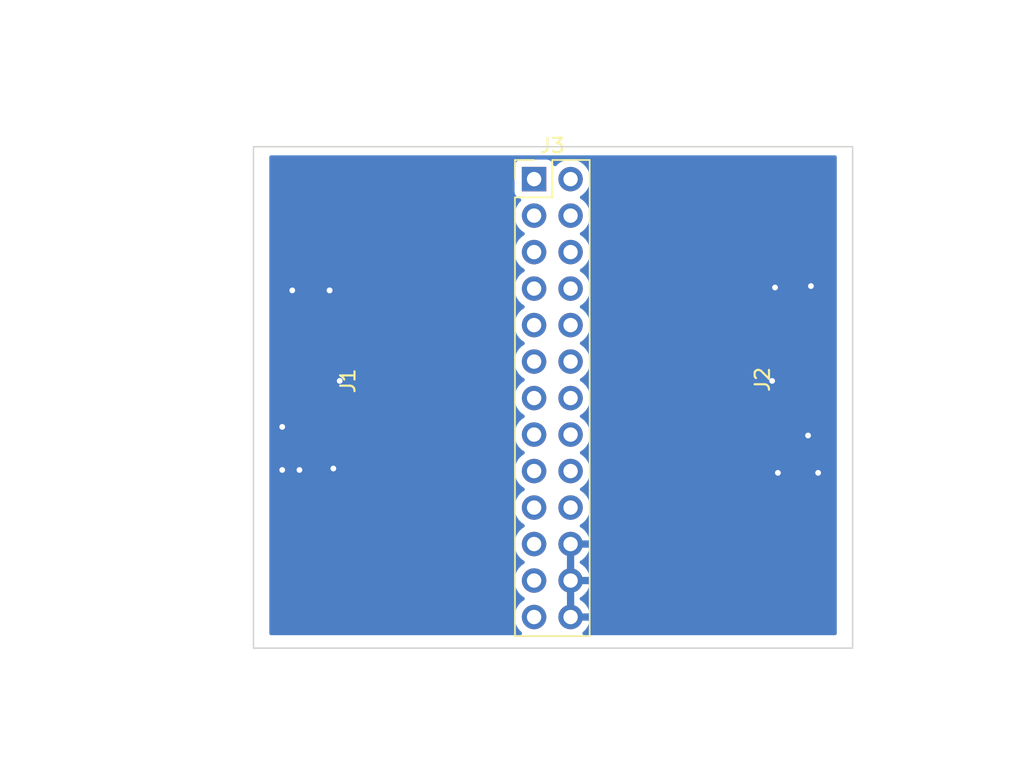
<source format=kicad_pcb>
(kicad_pcb (version 20171130) (host pcbnew "(5.1.10)-1")

  (general
    (thickness 1.6)
    (drawings 6)
    (tracks 68)
    (zones 0)
    (modules 3)
    (nets 25)
  )

  (page A4)
  (layers
    (0 F.Cu signal)
    (31 B.Cu signal)
    (32 B.Adhes user)
    (33 F.Adhes user)
    (34 B.Paste user)
    (35 F.Paste user)
    (36 B.SilkS user)
    (37 F.SilkS user)
    (38 B.Mask user)
    (39 F.Mask user)
    (40 Dwgs.User user)
    (41 Cmts.User user)
    (42 Eco1.User user)
    (43 Eco2.User user)
    (44 Edge.Cuts user)
    (45 Margin user)
    (46 B.CrtYd user)
    (47 F.CrtYd user)
    (48 B.Fab user)
    (49 F.Fab user)
  )

  (setup
    (last_trace_width 0.25)
    (trace_clearance 0.2)
    (zone_clearance 0.508)
    (zone_45_only yes)
    (trace_min 0.2)
    (via_size 0.8)
    (via_drill 0.4)
    (via_min_size 0.4)
    (via_min_drill 0.3)
    (uvia_size 0.3)
    (uvia_drill 0.1)
    (uvias_allowed no)
    (uvia_min_size 0.2)
    (uvia_min_drill 0.1)
    (edge_width 0.05)
    (segment_width 0.2)
    (pcb_text_width 0.3)
    (pcb_text_size 1.5 1.5)
    (mod_edge_width 0.12)
    (mod_text_size 1 1)
    (mod_text_width 0.15)
    (pad_size 0.7 0.7)
    (pad_drill 0)
    (pad_to_mask_clearance 0)
    (aux_axis_origin 0 0)
    (visible_elements FFFFFF7F)
    (pcbplotparams
      (layerselection 0x010fc_ffffffff)
      (usegerberextensions false)
      (usegerberattributes true)
      (usegerberadvancedattributes true)
      (creategerberjobfile true)
      (excludeedgelayer true)
      (linewidth 0.100000)
      (plotframeref false)
      (viasonmask false)
      (mode 1)
      (useauxorigin false)
      (hpglpennumber 1)
      (hpglpenspeed 20)
      (hpglpendiameter 15.000000)
      (psnegative false)
      (psa4output false)
      (plotreference true)
      (plotvalue true)
      (plotinvisibletext false)
      (padsonsilk false)
      (subtractmaskfromsilk false)
      (outputformat 1)
      (mirror false)
      (drillshape 1)
      (scaleselection 1)
      (outputdirectory ""))
  )

  (net 0 "")
  (net 1 "Net-(J1-Pad25)")
  (net 2 "Net-(J1-Pad21)")
  (net 3 "Net-(J1-Pad20)")
  (net 4 "Net-(J1-Pad19)")
  (net 5 "Net-(J1-Pad18)")
  (net 6 "Net-(J1-Pad17)")
  (net 7 "Net-(J1-Pad15)")
  (net 8 "Net-(J1-Pad14)")
  (net 9 "Net-(J1-Pad13)")
  (net 10 "Net-(J1-Pad12)")
  (net 11 "Net-(J1-Pad11)")
  (net 12 "Net-(J1-Pad10)")
  (net 13 "Net-(J1-Pad9)")
  (net 14 "Net-(J1-Pad8)")
  (net 15 "Net-(J1-Pad7)")
  (net 16 "Net-(J1-Pad6)")
  (net 17 "Net-(J1-Pad5)")
  (net 18 "Net-(J1-Pad4)")
  (net 19 "Net-(J1-Pad3)")
  (net 20 "Net-(J1-Pad2)")
  (net 21 "Net-(J1-Pad16)")
  (net 22 "Net-(J1-Pad1)")
  (net 23 "Net-(J1-Pad23)")
  (net 24 GND)

  (net_class Default "This is the default net class."
    (clearance 0.2)
    (trace_width 0.25)
    (via_dia 0.8)
    (via_drill 0.4)
    (uvia_dia 0.3)
    (uvia_drill 0.1)
    (add_net GND)
    (add_net "Net-(J1-Pad1)")
    (add_net "Net-(J1-Pad10)")
    (add_net "Net-(J1-Pad11)")
    (add_net "Net-(J1-Pad12)")
    (add_net "Net-(J1-Pad13)")
    (add_net "Net-(J1-Pad14)")
    (add_net "Net-(J1-Pad15)")
    (add_net "Net-(J1-Pad16)")
    (add_net "Net-(J1-Pad17)")
    (add_net "Net-(J1-Pad18)")
    (add_net "Net-(J1-Pad19)")
    (add_net "Net-(J1-Pad2)")
    (add_net "Net-(J1-Pad20)")
    (add_net "Net-(J1-Pad21)")
    (add_net "Net-(J1-Pad23)")
    (add_net "Net-(J1-Pad25)")
    (add_net "Net-(J1-Pad3)")
    (add_net "Net-(J1-Pad4)")
    (add_net "Net-(J1-Pad5)")
    (add_net "Net-(J1-Pad6)")
    (add_net "Net-(J1-Pad7)")
    (add_net "Net-(J1-Pad8)")
    (add_net "Net-(J1-Pad9)")
  )

  (module UserLib:DF56C-26S (layer F.Cu) (tedit 61DA0221) (tstamp 61DA7568)
    (at 68.2 39.9 90)
    (path /61D9EF07)
    (fp_text reference J2 (at 0 -2.775 90) (layer F.SilkS)
      (effects (font (size 1 1) (thickness 0.15)))
    )
    (fp_text value "To Air Unit" (at 0 0 90) (layer F.Fab)
      (effects (font (size 1 1) (thickness 0.15)))
    )
    (pad 25 smd rect (at 3.9 -1.185 90) (size 0.22 0.52) (layers F.Cu F.Paste F.Mask)
      (net 20 "Net-(J1-Pad2)") (clearance 0.1))
    (pad 23 smd rect (at 3.3 -1.185 90) (size 0.22 0.52) (layers F.Cu F.Paste F.Mask)
      (net 18 "Net-(J1-Pad4)") (clearance 0.1))
    (pad 21 smd rect (at 2.7 -1.185 90) (size 0.22 0.52) (layers F.Cu F.Paste F.Mask)
      (net 16 "Net-(J1-Pad6)") (clearance 0.1))
    (pad 19 smd rect (at 2.1 -1.185 90) (size 0.22 0.52) (layers F.Cu F.Paste F.Mask)
      (net 14 "Net-(J1-Pad8)") (clearance 0.1))
    (pad 17 smd rect (at 1.5 -1.185 90) (size 0.22 0.52) (layers F.Cu F.Paste F.Mask)
      (net 12 "Net-(J1-Pad10)") (clearance 0.1))
    (pad 15 smd rect (at 0.9 -1.185 90) (size 0.22 0.52) (layers F.Cu F.Paste F.Mask)
      (net 10 "Net-(J1-Pad12)") (clearance 0.1))
    (pad 12 smd rect (at -0.9 -1.185 90) (size 0.22 0.52) (layers F.Cu F.Paste F.Mask)
      (net 7 "Net-(J1-Pad15)") (clearance 0.1))
    (pad 10 smd rect (at -1.5 -1.185 90) (size 0.22 0.52) (layers F.Cu F.Paste F.Mask)
      (net 6 "Net-(J1-Pad17)") (clearance 0.1))
    (pad 8 smd rect (at -2.1 -1.185 90) (size 0.22 0.52) (layers F.Cu F.Paste F.Mask)
      (net 4 "Net-(J1-Pad19)") (clearance 0.1))
    (pad 6 smd rect (at -2.7 -1.185 90) (size 0.22 0.52) (layers F.Cu F.Paste F.Mask)
      (net 2 "Net-(J1-Pad21)") (clearance 0.1))
    (pad 4 smd rect (at -3.3 -1.185 90) (size 0.22 0.52) (layers F.Cu F.Paste F.Mask)
      (net 23 "Net-(J1-Pad23)") (clearance 0.1))
    (pad 26 smd rect (at 4.2 1.185 90) (size 0.22 0.52) (layers F.Cu F.Paste F.Mask)
      (net 22 "Net-(J1-Pad1)") (clearance 0.1))
    (pad 24 smd rect (at 3.6 1.185 90) (size 0.22 0.52) (layers F.Cu F.Paste F.Mask)
      (net 19 "Net-(J1-Pad3)") (clearance 0.1))
    (pad 22 smd rect (at 3 1.185 90) (size 0.22 0.52) (layers F.Cu F.Paste F.Mask)
      (net 17 "Net-(J1-Pad5)") (clearance 0.1))
    (pad 20 smd rect (at 2.4 1.185 90) (size 0.22 0.52) (layers F.Cu F.Paste F.Mask)
      (net 15 "Net-(J1-Pad7)") (clearance 0.1))
    (pad 18 smd rect (at 1.8 1.185 90) (size 0.22 0.52) (layers F.Cu F.Paste F.Mask)
      (net 13 "Net-(J1-Pad9)") (clearance 0.1))
    (pad 16 smd rect (at 1.2 1.185 90) (size 0.22 0.52) (layers F.Cu F.Paste F.Mask)
      (net 11 "Net-(J1-Pad11)") (clearance 0.1))
    (pad 14 smd rect (at 0.6 1.185 90) (size 0.22 0.52) (layers F.Cu F.Paste F.Mask)
      (net 9 "Net-(J1-Pad13)") (clearance 0.1))
    (pad 13 smd rect (at -0.6 1.185 90) (size 0.22 0.52) (layers F.Cu F.Paste F.Mask)
      (net 8 "Net-(J1-Pad14)") (clearance 0.1))
    (pad 11 smd rect (at -1.2 1.185 90) (size 0.22 0.52) (layers F.Cu F.Paste F.Mask)
      (net 21 "Net-(J1-Pad16)") (clearance 0.1))
    (pad 9 smd rect (at -1.8 1.185 90) (size 0.22 0.52) (layers F.Cu F.Paste F.Mask)
      (net 5 "Net-(J1-Pad18)") (clearance 0.1))
    (pad 7 smd rect (at -2.4 1.185 90) (size 0.22 0.52) (layers F.Cu F.Paste F.Mask)
      (net 3 "Net-(J1-Pad20)") (clearance 0.1))
    (pad 5 smd rect (at -3 1.185 90) (size 0.22 0.52) (layers F.Cu F.Paste F.Mask)
      (net 24 GND) (clearance 0.1))
    (pad 3 smd rect (at -3.6 1.185 90) (size 0.22 0.52) (layers F.Cu F.Paste F.Mask)
      (net 24 GND) (clearance 0.1))
    (pad GND smd rect (at 5.6 0.825 90) (size 0.7 0.7) (drill (offset 0 0.35)) (layers F.Cu F.Paste F.Mask)
      (net 24 GND) (clearance 0.1))
    (pad 2 smd rect (at -3.9 -1.185 90) (size 0.22 0.52) (layers F.Cu F.Paste F.Mask)
      (net 1 "Net-(J1-Pad25)") (clearance 0.1))
    (pad GND smd rect (at -5.35 -1.445 90) (size 1.2 0.7) (drill (offset 0 0.35)) (layers F.Cu F.Paste F.Mask)
      (net 24 GND) (clearance 0.1))
    (pad GND smd rect (at 0 -0.775 90) (size 1 0.7) (drill (offset 0 -0.35)) (layers F.Cu F.Paste F.Mask)
      (net 24 GND) (clearance 0.1))
    (pad GND smd rect (at 5.35 -1.445 90) (size 1.2 0.7) (drill (offset 0 0.35)) (layers F.Cu F.Paste F.Mask)
      (net 24 GND) (clearance 0.1))
    (pad 1 smd rect (at -4.2 1.185 90) (size 0.22 0.52) (layers F.Cu F.Paste F.Mask)
      (net 24 GND) (clearance 0.1))
    (pad GND smd rect (at -5.6 0.825 90) (size 0.7 0.7) (drill (offset 0 0.35)) (layers F.Cu F.Paste F.Mask)
      (net 24 GND) (clearance 0.1))
    (model DF56C-26S-0.3V.stp
      (offset (xyz -6.25 -1.25 0))
      (scale (xyz 1 1 1))
      (rotate (xyz 0 0 0))
    )
  )

  (module UserLib:DF56C-26S (layer F.Cu) (tedit 61DA013C) (tstamp 61DA7545)
    (at 33.8 40 270)
    (path /61DA9DE8)
    (fp_text reference J1 (at 0 -2.775 90) (layer F.SilkS)
      (effects (font (size 1 1) (thickness 0.15)))
    )
    (fp_text value "To Cam" (at 0 0 90) (layer F.Fab)
      (effects (font (size 1 1) (thickness 0.15)))
    )
    (pad GND smd rect (at -5.6 0.825 270) (size 0.7 0.7) (drill (offset 0 0.35)) (layers F.Cu F.Paste F.Mask)
      (net 24 GND) (clearance 0.1))
    (pad 1 smd rect (at -4.2 1.185 270) (size 0.22 0.52) (layers F.Cu F.Paste F.Mask)
      (net 22 "Net-(J1-Pad1)") (clearance 0.1))
    (pad GND smd rect (at 5.35 -1.445 270) (size 1.2 0.7) (drill (offset 0 0.35)) (layers F.Cu F.Paste F.Mask)
      (net 24 GND) (clearance 0.1))
    (pad GND smd rect (at 0 -0.775 270) (size 1 0.7) (drill (offset 0 -0.35)) (layers F.Cu F.Paste F.Mask)
      (net 24 GND) (clearance 0.1))
    (pad GND smd rect (at -5.35 -1.445 270) (size 1.2 0.7) (drill (offset 0 0.35)) (layers F.Cu F.Paste F.Mask)
      (net 24 GND) (clearance 0.1))
    (pad 2 smd rect (at -3.9 -1.185 270) (size 0.22 0.52) (layers F.Cu F.Paste F.Mask)
      (net 20 "Net-(J1-Pad2)") (clearance 0.1))
    (pad GND smd rect (at 5.6 0.825 270) (size 0.7 0.7) (drill (offset 0 0.35)) (layers F.Cu F.Paste F.Mask)
      (net 24 GND) (clearance 0.1))
    (pad 3 smd rect (at -3.6 1.185 270) (size 0.22 0.52) (layers F.Cu F.Paste F.Mask)
      (net 19 "Net-(J1-Pad3)") (clearance 0.1))
    (pad 5 smd rect (at -3 1.185 270) (size 0.22 0.52) (layers F.Cu F.Paste F.Mask)
      (net 17 "Net-(J1-Pad5)") (clearance 0.1))
    (pad 7 smd rect (at -2.4 1.185 270) (size 0.22 0.52) (layers F.Cu F.Paste F.Mask)
      (net 15 "Net-(J1-Pad7)") (clearance 0.1))
    (pad 9 smd rect (at -1.8 1.185 270) (size 0.22 0.52) (layers F.Cu F.Paste F.Mask)
      (net 13 "Net-(J1-Pad9)") (clearance 0.1))
    (pad 11 smd rect (at -1.2 1.185 270) (size 0.22 0.52) (layers F.Cu F.Paste F.Mask)
      (net 11 "Net-(J1-Pad11)") (clearance 0.1))
    (pad 13 smd rect (at -0.6 1.185 270) (size 0.22 0.52) (layers F.Cu F.Paste F.Mask)
      (net 9 "Net-(J1-Pad13)") (clearance 0.1))
    (pad 14 smd rect (at 0.6 1.185 270) (size 0.22 0.52) (layers F.Cu F.Paste F.Mask)
      (net 8 "Net-(J1-Pad14)") (clearance 0.1))
    (pad 16 smd rect (at 1.2 1.185 270) (size 0.22 0.52) (layers F.Cu F.Paste F.Mask)
      (net 21 "Net-(J1-Pad16)") (clearance 0.1))
    (pad 18 smd rect (at 1.8 1.185 270) (size 0.22 0.52) (layers F.Cu F.Paste F.Mask)
      (net 5 "Net-(J1-Pad18)") (clearance 0.1))
    (pad 20 smd rect (at 2.4 1.185 270) (size 0.22 0.52) (layers F.Cu F.Paste F.Mask)
      (net 3 "Net-(J1-Pad20)") (clearance 0.1))
    (pad 22 smd rect (at 3 1.185 270) (size 0.22 0.52) (layers F.Cu F.Paste F.Mask)
      (net 24 GND) (clearance 0.1))
    (pad 24 smd rect (at 3.6 1.185 270) (size 0.22 0.52) (layers F.Cu F.Paste F.Mask)
      (net 24 GND) (clearance 0.1))
    (pad 26 smd rect (at 4.2 1.185 270) (size 0.22 0.52) (layers F.Cu F.Paste F.Mask)
      (net 24 GND) (clearance 0.1))
    (pad 4 smd rect (at -3.3 -1.185 270) (size 0.22 0.52) (layers F.Cu F.Paste F.Mask)
      (net 18 "Net-(J1-Pad4)") (clearance 0.1))
    (pad 6 smd rect (at -2.7 -1.185 270) (size 0.22 0.52) (layers F.Cu F.Paste F.Mask)
      (net 16 "Net-(J1-Pad6)") (clearance 0.1))
    (pad 8 smd rect (at -2.1 -1.185 270) (size 0.22 0.52) (layers F.Cu F.Paste F.Mask)
      (net 14 "Net-(J1-Pad8)") (clearance 0.1))
    (pad 10 smd rect (at -1.5 -1.185 270) (size 0.22 0.52) (layers F.Cu F.Paste F.Mask)
      (net 12 "Net-(J1-Pad10)") (clearance 0.1))
    (pad 12 smd rect (at -0.9 -1.185 270) (size 0.22 0.52) (layers F.Cu F.Paste F.Mask)
      (net 10 "Net-(J1-Pad12)") (clearance 0.1))
    (pad 15 smd rect (at 0.9 -1.185 270) (size 0.22 0.52) (layers F.Cu F.Paste F.Mask)
      (net 7 "Net-(J1-Pad15)") (clearance 0.1))
    (pad 17 smd rect (at 1.5 -1.185 270) (size 0.22 0.52) (layers F.Cu F.Paste F.Mask)
      (net 6 "Net-(J1-Pad17)") (clearance 0.1))
    (pad 19 smd rect (at 2.1 -1.185 270) (size 0.22 0.52) (layers F.Cu F.Paste F.Mask)
      (net 4 "Net-(J1-Pad19)") (clearance 0.1))
    (pad 21 smd rect (at 2.7 -1.185 270) (size 0.22 0.52) (layers F.Cu F.Paste F.Mask)
      (net 2 "Net-(J1-Pad21)") (clearance 0.1))
    (pad 23 smd rect (at 3.3 -1.185 270) (size 0.22 0.52) (layers F.Cu F.Paste F.Mask)
      (net 23 "Net-(J1-Pad23)") (clearance 0.1))
    (pad 25 smd rect (at 3.9 -1.185 270) (size 0.22 0.52) (layers F.Cu F.Paste F.Mask)
      (net 1 "Net-(J1-Pad25)") (clearance 0.1))
    (model DF56C-26S-0.3V.stp
      (offset (xyz -6.25 -1.25 0))
      (scale (xyz 1 1 1))
      (rotate (xyz 0 0 0))
    )
  )

  (module Connector_PinHeader_2.54mm:PinHeader_2x13_P2.54mm_Vertical (layer F.Cu) (tedit 59FED5CC) (tstamp 61DA680E)
    (at 49.53 25.955001)
    (descr "Through hole straight pin header, 2x13, 2.54mm pitch, double rows")
    (tags "Through hole pin header THT 2x13 2.54mm double row")
    (path /61DB305B)
    (fp_text reference J3 (at 1.27 -2.33) (layer F.SilkS)
      (effects (font (size 1 1) (thickness 0.15)))
    )
    (fp_text value Conn_02x13_Odd_Even (at 1.27 32.81) (layer F.Fab)
      (effects (font (size 1 1) (thickness 0.15)))
    )
    (fp_line (start 4.35 -1.8) (end -1.8 -1.8) (layer F.CrtYd) (width 0.05))
    (fp_line (start 4.35 32.25) (end 4.35 -1.8) (layer F.CrtYd) (width 0.05))
    (fp_line (start -1.8 32.25) (end 4.35 32.25) (layer F.CrtYd) (width 0.05))
    (fp_line (start -1.8 -1.8) (end -1.8 32.25) (layer F.CrtYd) (width 0.05))
    (fp_line (start -1.33 -1.33) (end 0 -1.33) (layer F.SilkS) (width 0.12))
    (fp_line (start -1.33 0) (end -1.33 -1.33) (layer F.SilkS) (width 0.12))
    (fp_line (start 1.27 -1.33) (end 3.87 -1.33) (layer F.SilkS) (width 0.12))
    (fp_line (start 1.27 1.27) (end 1.27 -1.33) (layer F.SilkS) (width 0.12))
    (fp_line (start -1.33 1.27) (end 1.27 1.27) (layer F.SilkS) (width 0.12))
    (fp_line (start 3.87 -1.33) (end 3.87 31.81) (layer F.SilkS) (width 0.12))
    (fp_line (start -1.33 1.27) (end -1.33 31.81) (layer F.SilkS) (width 0.12))
    (fp_line (start -1.33 31.81) (end 3.87 31.81) (layer F.SilkS) (width 0.12))
    (fp_line (start -1.27 0) (end 0 -1.27) (layer F.Fab) (width 0.1))
    (fp_line (start -1.27 31.75) (end -1.27 0) (layer F.Fab) (width 0.1))
    (fp_line (start 3.81 31.75) (end -1.27 31.75) (layer F.Fab) (width 0.1))
    (fp_line (start 3.81 -1.27) (end 3.81 31.75) (layer F.Fab) (width 0.1))
    (fp_line (start 0 -1.27) (end 3.81 -1.27) (layer F.Fab) (width 0.1))
    (fp_text user %R (at 1.27 15.24 90) (layer F.Fab)
      (effects (font (size 1 1) (thickness 0.15)))
    )
    (pad 1 thru_hole rect (at 0 0) (size 1.7 1.7) (drill 1) (layers *.Cu *.Mask)
      (net 22 "Net-(J1-Pad1)"))
    (pad 2 thru_hole oval (at 2.54 0) (size 1.7 1.7) (drill 1) (layers *.Cu *.Mask)
      (net 20 "Net-(J1-Pad2)"))
    (pad 3 thru_hole oval (at 0 2.54) (size 1.7 1.7) (drill 1) (layers *.Cu *.Mask)
      (net 19 "Net-(J1-Pad3)"))
    (pad 4 thru_hole oval (at 2.54 2.54) (size 1.7 1.7) (drill 1) (layers *.Cu *.Mask)
      (net 18 "Net-(J1-Pad4)"))
    (pad 5 thru_hole oval (at 0 5.08) (size 1.7 1.7) (drill 1) (layers *.Cu *.Mask)
      (net 17 "Net-(J1-Pad5)"))
    (pad 6 thru_hole oval (at 2.54 5.08) (size 1.7 1.7) (drill 1) (layers *.Cu *.Mask)
      (net 16 "Net-(J1-Pad6)"))
    (pad 7 thru_hole oval (at 0 7.62) (size 1.7 1.7) (drill 1) (layers *.Cu *.Mask)
      (net 15 "Net-(J1-Pad7)"))
    (pad 8 thru_hole oval (at 2.54 7.62) (size 1.7 1.7) (drill 1) (layers *.Cu *.Mask)
      (net 14 "Net-(J1-Pad8)"))
    (pad 9 thru_hole oval (at 0 10.16) (size 1.7 1.7) (drill 1) (layers *.Cu *.Mask)
      (net 13 "Net-(J1-Pad9)"))
    (pad 10 thru_hole oval (at 2.54 10.16) (size 1.7 1.7) (drill 1) (layers *.Cu *.Mask)
      (net 12 "Net-(J1-Pad10)"))
    (pad 11 thru_hole oval (at 0 12.7) (size 1.7 1.7) (drill 1) (layers *.Cu *.Mask)
      (net 11 "Net-(J1-Pad11)"))
    (pad 12 thru_hole oval (at 2.54 12.7) (size 1.7 1.7) (drill 1) (layers *.Cu *.Mask)
      (net 10 "Net-(J1-Pad12)"))
    (pad 13 thru_hole oval (at 0 15.24) (size 1.7 1.7) (drill 1) (layers *.Cu *.Mask)
      (net 9 "Net-(J1-Pad13)"))
    (pad 14 thru_hole oval (at 2.54 15.24) (size 1.7 1.7) (drill 1) (layers *.Cu *.Mask)
      (net 8 "Net-(J1-Pad14)"))
    (pad 15 thru_hole oval (at 0 17.78) (size 1.7 1.7) (drill 1) (layers *.Cu *.Mask)
      (net 7 "Net-(J1-Pad15)"))
    (pad 16 thru_hole oval (at 2.54 17.78) (size 1.7 1.7) (drill 1) (layers *.Cu *.Mask)
      (net 21 "Net-(J1-Pad16)"))
    (pad 17 thru_hole oval (at 0 20.32) (size 1.7 1.7) (drill 1) (layers *.Cu *.Mask)
      (net 6 "Net-(J1-Pad17)"))
    (pad 18 thru_hole oval (at 2.54 20.32) (size 1.7 1.7) (drill 1) (layers *.Cu *.Mask)
      (net 5 "Net-(J1-Pad18)"))
    (pad 19 thru_hole oval (at 0 22.86) (size 1.7 1.7) (drill 1) (layers *.Cu *.Mask)
      (net 4 "Net-(J1-Pad19)"))
    (pad 20 thru_hole oval (at 2.54 22.86) (size 1.7 1.7) (drill 1) (layers *.Cu *.Mask)
      (net 3 "Net-(J1-Pad20)"))
    (pad 21 thru_hole oval (at 0 25.4) (size 1.7 1.7) (drill 1) (layers *.Cu *.Mask)
      (net 2 "Net-(J1-Pad21)"))
    (pad 22 thru_hole oval (at 2.54 25.4) (size 1.7 1.7) (drill 1) (layers *.Cu *.Mask)
      (net 24 GND))
    (pad 23 thru_hole oval (at 0 27.94) (size 1.7 1.7) (drill 1) (layers *.Cu *.Mask)
      (net 23 "Net-(J1-Pad23)"))
    (pad 24 thru_hole oval (at 2.54 27.94) (size 1.7 1.7) (drill 1) (layers *.Cu *.Mask)
      (net 24 GND))
    (pad 25 thru_hole oval (at 0 30.48) (size 1.7 1.7) (drill 1) (layers *.Cu *.Mask)
      (net 1 "Net-(J1-Pad25)"))
    (pad 26 thru_hole oval (at 2.54 30.48) (size 1.7 1.7) (drill 1) (layers *.Cu *.Mask)
      (net 24 GND))
    (model ${KISYS3DMOD}/Connector_PinHeader_2.54mm.3dshapes/PinHeader_2x13_P2.54mm_Vertical.wrl
      (at (xyz 0 0 0))
      (scale (xyz 1 1 1))
      (rotate (xyz 0 0 0))
    )
  )

  (gr_text "This layout is based on preliminary photos of a DJI board\nmay not be valid in the case of crossover cable layout\n" (at 46.3 63.6) (layer Cmts.User)
    (effects (font (size 1.5 1.5) (thickness 0.3)))
  )
  (gr_line (start 71.7 23.7) (end 71.7 58.6) (layer Edge.Cuts) (width 0.1))
  (gr_line (start 30 23.697239) (end 71.7 23.697239) (layer Edge.Cuts) (width 0.1))
  (gr_line (start 30 58.6) (end 30 23.7) (layer Edge.Cuts) (width 0.1))
  (gr_line (start 71.7 58.6) (end 30 58.6) (layer Edge.Cuts) (width 0.1))
  (gr_text "DJI Coax only has 20 conductors (2 x 10 split)\nat least 6 pins must be gnd or power duplicated or left NC" (at 48.7 16.1) (layer Cmts.User)
    (effects (font (size 1.5 1.5) (thickness 0.3)))
  )

  (via (at 35.56 46.1) (size 0.8) (drill 0.4) (layers F.Cu B.Cu) (net 24))
  (segment (start 35.245 46.045) (end 35.3 46.1) (width 0.25) (layer F.Cu) (net 24))
  (segment (start 35.245 45.35) (end 35.245 46.045) (width 0.25) (layer F.Cu) (net 24))
  (segment (start 32.615 43) (end 32.615 43.485) (width 0.25) (layer F.Cu) (net 24))
  (via (at 33.2 46.2) (size 0.8) (drill 0.4) (layers F.Cu B.Cu) (net 24))
  (segment (start 32.975 45.975) (end 33.1 46.1) (width 0.25) (layer F.Cu) (net 24))
  (segment (start 32.975 45.6) (end 32.975 45.975) (width 0.25) (layer F.Cu) (net 24))
  (via (at 32 46.2) (size 0.8) (drill 0.4) (layers F.Cu B.Cu) (net 24))
  (segment (start 32.6 45.6) (end 32.2 46) (width 0.25) (layer F.Cu) (net 24))
  (via (at 32 43.2) (size 0.8) (drill 0.4) (layers F.Cu B.Cu) (net 24))
  (segment (start 32.615 43.085) (end 32.3 43.4) (width 0.25) (layer F.Cu) (net 24))
  (segment (start 32.615 43) (end 32.615 43.085) (width 0.25) (layer F.Cu) (net 24))
  (segment (start 32.975 34.4) (end 34.6 34.4) (width 0.25) (layer F.Cu) (net 24))
  (via (at 32.7 33.7) (size 0.8) (drill 0.4) (layers F.Cu B.Cu) (net 24))
  (segment (start 32.975 33.975) (end 32.7 33.7) (width 0.25) (layer F.Cu) (net 24))
  (segment (start 32.975 34.4) (end 32.975 33.975) (width 0.25) (layer F.Cu) (net 24))
  (via (at 35.3 33.7) (size 0.8) (drill 0.4) (layers F.Cu B.Cu) (net 24))
  (segment (start 35.245 33.755) (end 35.3 33.7) (width 0.25) (layer F.Cu) (net 24))
  (segment (start 35.245 34.65) (end 35.245 33.755) (width 0.25) (layer F.Cu) (net 24))
  (via (at 35.3 33.7) (size 0.8) (drill 0.4) (layers F.Cu B.Cu) (net 24))
  (segment (start 32.2 43) (end 32 43.2) (width 0.25) (layer F.Cu) (net 24))
  (segment (start 32.6 43) (end 32.2 43) (width 0.25) (layer F.Cu) (net 24))
  (segment (start 32.975 45.6) (end 34.8 45.6) (width 0.25) (layer F.Cu) (net 24))
  (segment (start 34.8 45.6) (end 34.9 45.5) (width 0.25) (layer F.Cu) (net 24))
  (segment (start 35.245 45.35) (end 32.75 45.35) (width 0.25) (layer F.Cu) (net 24))
  (segment (start 32.6 45.6) (end 32 46.2) (width 0.25) (layer F.Cu) (net 24))
  (segment (start 32.975 45.6) (end 32.6 45.6) (width 0.25) (layer F.Cu) (net 24))
  (segment (start 32.975 45.6) (end 32.4 45.6) (width 0.25) (layer F.Cu) (net 24))
  (segment (start 32.1 46.1) (end 32 46.2) (width 0.25) (layer F.Cu) (net 24))
  (segment (start 32.975 45.6) (end 32.1 45.6) (width 0.25) (layer F.Cu) (net 24))
  (segment (start 32.1 45.6) (end 32.1 46.1) (width 0.25) (layer F.Cu) (net 24))
  (segment (start 69.385 42.9) (end 69.385 44.085) (width 0.25) (layer F.Cu) (net 24))
  (segment (start 69.385 44.085) (end 69.2 44.27) (width 0.25) (layer F.Cu) (net 24))
  (segment (start 69.2 44.27) (end 69.2 45.4) (width 0.25) (layer F.Cu) (net 24))
  (segment (start 69.2 45.4) (end 69.6 45.4) (width 0.25) (layer F.Cu) (net 24))
  (segment (start 69.6 45.4) (end 69.6 44.2) (width 0.25) (layer F.Cu) (net 24))
  (segment (start 69.6 44.2) (end 69.5 44.1) (width 0.25) (layer F.Cu) (net 24))
  (segment (start 69.5 44.1) (end 69.4 44.1) (width 0.25) (layer F.Cu) (net 24))
  (segment (start 69.4 44.1) (end 69.4 45.5) (width 0.25) (layer F.Cu) (net 24))
  (via (at 69.3 46.4) (size 0.8) (drill 0.4) (layers F.Cu B.Cu) (net 24))
  (segment (start 69.025 46.125) (end 69.3 46.4) (width 0.25) (layer F.Cu) (net 24))
  (segment (start 69.025 45.5) (end 69.025 46.125) (width 0.25) (layer F.Cu) (net 24))
  (segment (start 69.3 46.4) (end 69.3 45.8) (width 0.25) (layer F.Cu) (net 24))
  (via (at 66.5 46.4) (size 0.8) (drill 0.4) (layers F.Cu B.Cu) (net 24))
  (segment (start 66.755 46.145) (end 66.5 46.4) (width 0.25) (layer F.Cu) (net 24))
  (segment (start 66.755 45.25) (end 66.755 46.145) (width 0.25) (layer F.Cu) (net 24))
  (via (at 68.6 43.8) (size 0.8) (drill 0.4) (layers F.Cu B.Cu) (net 24))
  (segment (start 69.385 43.015) (end 68.6 43.8) (width 0.25) (layer F.Cu) (net 24))
  (segment (start 69.385 42.9) (end 69.385 43.015) (width 0.25) (layer F.Cu) (net 24))
  (segment (start 68.999999 43.400001) (end 68.6 43.8) (width 0.25) (layer F.Cu) (net 24))
  (segment (start 69.3 43.4) (end 68.999999 43.400001) (width 0.25) (layer F.Cu) (net 24))
  (via (at 66.1 40) (size 0.8) (drill 0.4) (layers F.Cu B.Cu) (net 24))
  (segment (start 66.2 39.9) (end 66.1 40) (width 0.25) (layer F.Cu) (net 24))
  (segment (start 67.425 39.9) (end 66.2 39.9) (width 0.25) (layer F.Cu) (net 24))
  (via (at 68.8 33.4) (size 0.8) (drill 0.4) (layers F.Cu B.Cu) (net 24))
  (segment (start 69.025 33.625) (end 68.8 33.4) (width 0.25) (layer F.Cu) (net 24))
  (segment (start 69.025 34.3) (end 69.025 33.625) (width 0.25) (layer F.Cu) (net 24))
  (via (at 66.3 33.5) (size 0.8) (drill 0.4) (layers F.Cu B.Cu) (net 24))
  (segment (start 66.755 33.955) (end 66.3 33.5) (width 0.25) (layer F.Cu) (net 24))
  (segment (start 66.755 34.55) (end 66.755 33.955) (width 0.25) (layer F.Cu) (net 24))
  (segment (start 66.755 45.25) (end 69.15 45.25) (width 0.25) (layer F.Cu) (net 24))
  (segment (start 69.15 45.25) (end 69.4 45.5) (width 0.25) (layer F.Cu) (net 24))
  (segment (start 66.755 34.55) (end 69.25 34.55) (width 0.25) (layer F.Cu) (net 24))
  (segment (start 69.25 34.55) (end 69.1 34.4) (width 0.25) (layer F.Cu) (net 24))
  (segment (start 69.1 34.4) (end 67.1 34.4) (width 0.25) (layer F.Cu) (net 24))
  (segment (start 34.575 40) (end 36 40) (width 0.25) (layer F.Cu) (net 24))
  (segment (start 36 40) (end 36 40) (width 0.25) (layer F.Cu) (net 24) (tstamp 61DA8BEE))
  (via (at 36 40) (size 0.8) (drill 0.4) (layers F.Cu B.Cu) (net 24))

  (zone (net 24) (net_name GND) (layer F.Cu) (tstamp 0) (hatch edge 0.508)
    (connect_pads (clearance 0.508))
    (min_thickness 0.254)
    (fill yes (arc_segments 32) (thermal_gap 0.508) (thermal_bridge_width 0.508))
    (polygon
      (pts
        (xy 33.4 46.1) (xy 31.7 46.1) (xy 31.7 42.7) (xy 33.4 42.7)
      )
    )
    (filled_polygon
      (pts
        (xy 32.742 44.78625) (xy 32.752 44.79625) (xy 32.752 45.473) (xy 32.772 45.473) (xy 32.772 45.727)
        (xy 32.752 45.727) (xy 32.752 45.747) (xy 32.498 45.747) (xy 32.498 45.727) (xy 32.478 45.727)
        (xy 32.478 45.473) (xy 32.498 45.473) (xy 32.498 44.77375) (xy 32.488 44.76375) (xy 32.488 43.49)
        (xy 32.742 43.49)
      )
    )
  )
  (zone (net 24) (net_name GND) (layer B.Cu) (tstamp 0) (hatch edge 0.508)
    (connect_pads (clearance 0.508))
    (min_thickness 0.254)
    (fill yes (arc_segments 32) (thermal_gap 0.508) (thermal_bridge_width 0.508) (smoothing fillet))
    (polygon
      (pts
        (xy 70.6 57.7) (xy 31.1 57.7) (xy 31.1 24.3) (xy 70.6 24.3)
      )
    )
    (filled_polygon
      (pts
        (xy 70.473 57.573) (xy 53.01479 57.573) (xy 53.167588 57.43527) (xy 53.341641 57.201921) (xy 53.466825 56.9391)
        (xy 53.511476 56.791891) (xy 53.390155 56.562001) (xy 52.197 56.562001) (xy 52.197 56.582001) (xy 51.943 56.582001)
        (xy 51.943 56.562001) (xy 51.923 56.562001) (xy 51.923 56.308001) (xy 51.943 56.308001) (xy 51.943 54.022001)
        (xy 52.197 54.022001) (xy 52.197 56.308001) (xy 53.390155 56.308001) (xy 53.511476 56.078111) (xy 53.466825 55.930902)
        (xy 53.341641 55.668081) (xy 53.167588 55.434732) (xy 52.951355 55.239823) (xy 52.825745 55.165001) (xy 52.951355 55.090179)
        (xy 53.167588 54.89527) (xy 53.341641 54.661921) (xy 53.466825 54.3991) (xy 53.511476 54.251891) (xy 53.390155 54.022001)
        (xy 52.197 54.022001) (xy 51.943 54.022001) (xy 51.923 54.022001) (xy 51.923 53.768001) (xy 51.943 53.768001)
        (xy 51.943 51.482001) (xy 52.197 51.482001) (xy 52.197 53.768001) (xy 53.390155 53.768001) (xy 53.511476 53.538111)
        (xy 53.466825 53.390902) (xy 53.341641 53.128081) (xy 53.167588 52.894732) (xy 52.951355 52.699823) (xy 52.825745 52.625001)
        (xy 52.951355 52.550179) (xy 53.167588 52.35527) (xy 53.341641 52.121921) (xy 53.466825 51.8591) (xy 53.511476 51.711891)
        (xy 53.390155 51.482001) (xy 52.197 51.482001) (xy 51.943 51.482001) (xy 51.923 51.482001) (xy 51.923 51.228001)
        (xy 51.943 51.228001) (xy 51.943 51.208001) (xy 52.197 51.208001) (xy 52.197 51.228001) (xy 53.390155 51.228001)
        (xy 53.511476 50.998111) (xy 53.466825 50.850902) (xy 53.341641 50.588081) (xy 53.167588 50.354732) (xy 52.951355 50.159823)
        (xy 52.834466 50.090196) (xy 53.016632 49.968476) (xy 53.223475 49.761633) (xy 53.38599 49.518412) (xy 53.497932 49.248159)
        (xy 53.555 48.961261) (xy 53.555 48.668741) (xy 53.497932 48.381843) (xy 53.38599 48.11159) (xy 53.223475 47.868369)
        (xy 53.016632 47.661526) (xy 52.84224 47.545001) (xy 53.016632 47.428476) (xy 53.223475 47.221633) (xy 53.38599 46.978412)
        (xy 53.497932 46.708159) (xy 53.555 46.421261) (xy 53.555 46.128741) (xy 53.497932 45.841843) (xy 53.38599 45.57159)
        (xy 53.223475 45.328369) (xy 53.016632 45.121526) (xy 52.84224 45.005001) (xy 53.016632 44.888476) (xy 53.223475 44.681633)
        (xy 53.38599 44.438412) (xy 53.497932 44.168159) (xy 53.555 43.881261) (xy 53.555 43.588741) (xy 53.497932 43.301843)
        (xy 53.38599 43.03159) (xy 53.223475 42.788369) (xy 53.016632 42.581526) (xy 52.84224 42.465001) (xy 53.016632 42.348476)
        (xy 53.223475 42.141633) (xy 53.38599 41.898412) (xy 53.497932 41.628159) (xy 53.555 41.341261) (xy 53.555 41.048741)
        (xy 53.497932 40.761843) (xy 53.38599 40.49159) (xy 53.223475 40.248369) (xy 53.016632 40.041526) (xy 52.84224 39.925001)
        (xy 53.016632 39.808476) (xy 53.223475 39.601633) (xy 53.38599 39.358412) (xy 53.497932 39.088159) (xy 53.555 38.801261)
        (xy 53.555 38.508741) (xy 53.497932 38.221843) (xy 53.38599 37.95159) (xy 53.223475 37.708369) (xy 53.016632 37.501526)
        (xy 52.84224 37.385001) (xy 53.016632 37.268476) (xy 53.223475 37.061633) (xy 53.38599 36.818412) (xy 53.497932 36.548159)
        (xy 53.555 36.261261) (xy 53.555 35.968741) (xy 53.497932 35.681843) (xy 53.38599 35.41159) (xy 53.223475 35.168369)
        (xy 53.016632 34.961526) (xy 52.84224 34.845001) (xy 53.016632 34.728476) (xy 53.223475 34.521633) (xy 53.38599 34.278412)
        (xy 53.497932 34.008159) (xy 53.555 33.721261) (xy 53.555 33.428741) (xy 53.497932 33.141843) (xy 53.38599 32.87159)
        (xy 53.223475 32.628369) (xy 53.016632 32.421526) (xy 52.84224 32.305001) (xy 53.016632 32.188476) (xy 53.223475 31.981633)
        (xy 53.38599 31.738412) (xy 53.497932 31.468159) (xy 53.555 31.181261) (xy 53.555 30.888741) (xy 53.497932 30.601843)
        (xy 53.38599 30.33159) (xy 53.223475 30.088369) (xy 53.016632 29.881526) (xy 52.84224 29.765001) (xy 53.016632 29.648476)
        (xy 53.223475 29.441633) (xy 53.38599 29.198412) (xy 53.497932 28.928159) (xy 53.555 28.641261) (xy 53.555 28.348741)
        (xy 53.497932 28.061843) (xy 53.38599 27.79159) (xy 53.223475 27.548369) (xy 53.016632 27.341526) (xy 52.84224 27.225001)
        (xy 53.016632 27.108476) (xy 53.223475 26.901633) (xy 53.38599 26.658412) (xy 53.497932 26.388159) (xy 53.555 26.101261)
        (xy 53.555 25.808741) (xy 53.497932 25.521843) (xy 53.38599 25.25159) (xy 53.223475 25.008369) (xy 53.016632 24.801526)
        (xy 52.773411 24.639011) (xy 52.503158 24.527069) (xy 52.21626 24.470001) (xy 51.92374 24.470001) (xy 51.636842 24.527069)
        (xy 51.366589 24.639011) (xy 51.123368 24.801526) (xy 50.991513 24.933381) (xy 50.969502 24.860821) (xy 50.910537 24.750507)
        (xy 50.831185 24.653816) (xy 50.734494 24.574464) (xy 50.62418 24.515499) (xy 50.504482 24.479189) (xy 50.38 24.466929)
        (xy 48.68 24.466929) (xy 48.555518 24.479189) (xy 48.43582 24.515499) (xy 48.325506 24.574464) (xy 48.228815 24.653816)
        (xy 48.149463 24.750507) (xy 48.090498 24.860821) (xy 48.054188 24.980519) (xy 48.041928 25.105001) (xy 48.041928 26.805001)
        (xy 48.054188 26.929483) (xy 48.090498 27.049181) (xy 48.149463 27.159495) (xy 48.228815 27.256186) (xy 48.325506 27.335538)
        (xy 48.43582 27.394503) (xy 48.50838 27.416514) (xy 48.376525 27.548369) (xy 48.21401 27.79159) (xy 48.102068 28.061843)
        (xy 48.045 28.348741) (xy 48.045 28.641261) (xy 48.102068 28.928159) (xy 48.21401 29.198412) (xy 48.376525 29.441633)
        (xy 48.583368 29.648476) (xy 48.75776 29.765001) (xy 48.583368 29.881526) (xy 48.376525 30.088369) (xy 48.21401 30.33159)
        (xy 48.102068 30.601843) (xy 48.045 30.888741) (xy 48.045 31.181261) (xy 48.102068 31.468159) (xy 48.21401 31.738412)
        (xy 48.376525 31.981633) (xy 48.583368 32.188476) (xy 48.75776 32.305001) (xy 48.583368 32.421526) (xy 48.376525 32.628369)
        (xy 48.21401 32.87159) (xy 48.102068 33.141843) (xy 48.045 33.428741) (xy 48.045 33.721261) (xy 48.102068 34.008159)
        (xy 48.21401 34.278412) (xy 48.376525 34.521633) (xy 48.583368 34.728476) (xy 48.75776 34.845001) (xy 48.583368 34.961526)
        (xy 48.376525 35.168369) (xy 48.21401 35.41159) (xy 48.102068 35.681843) (xy 48.045 35.968741) (xy 48.045 36.261261)
        (xy 48.102068 36.548159) (xy 48.21401 36.818412) (xy 48.376525 37.061633) (xy 48.583368 37.268476) (xy 48.75776 37.385001)
        (xy 48.583368 37.501526) (xy 48.376525 37.708369) (xy 48.21401 37.95159) (xy 48.102068 38.221843) (xy 48.045 38.508741)
        (xy 48.045 38.801261) (xy 48.102068 39.088159) (xy 48.21401 39.358412) (xy 48.376525 39.601633) (xy 48.583368 39.808476)
        (xy 48.75776 39.925001) (xy 48.583368 40.041526) (xy 48.376525 40.248369) (xy 48.21401 40.49159) (xy 48.102068 40.761843)
        (xy 48.045 41.048741) (xy 48.045 41.341261) (xy 48.102068 41.628159) (xy 48.21401 41.898412) (xy 48.376525 42.141633)
        (xy 48.583368 42.348476) (xy 48.75776 42.465001) (xy 48.583368 42.581526) (xy 48.376525 42.788369) (xy 48.21401 43.03159)
        (xy 48.102068 43.301843) (xy 48.045 43.588741) (xy 48.045 43.881261) (xy 48.102068 44.168159) (xy 48.21401 44.438412)
        (xy 48.376525 44.681633) (xy 48.583368 44.888476) (xy 48.75776 45.005001) (xy 48.583368 45.121526) (xy 48.376525 45.328369)
        (xy 48.21401 45.57159) (xy 48.102068 45.841843) (xy 48.045 46.128741) (xy 48.045 46.421261) (xy 48.102068 46.708159)
        (xy 48.21401 46.978412) (xy 48.376525 47.221633) (xy 48.583368 47.428476) (xy 48.75776 47.545001) (xy 48.583368 47.661526)
        (xy 48.376525 47.868369) (xy 48.21401 48.11159) (xy 48.102068 48.381843) (xy 48.045 48.668741) (xy 48.045 48.961261)
        (xy 48.102068 49.248159) (xy 48.21401 49.518412) (xy 48.376525 49.761633) (xy 48.583368 49.968476) (xy 48.75776 50.085001)
        (xy 48.583368 50.201526) (xy 48.376525 50.408369) (xy 48.21401 50.65159) (xy 48.102068 50.921843) (xy 48.045 51.208741)
        (xy 48.045 51.501261) (xy 48.102068 51.788159) (xy 48.21401 52.058412) (xy 48.376525 52.301633) (xy 48.583368 52.508476)
        (xy 48.75776 52.625001) (xy 48.583368 52.741526) (xy 48.376525 52.948369) (xy 48.21401 53.19159) (xy 48.102068 53.461843)
        (xy 48.045 53.748741) (xy 48.045 54.041261) (xy 48.102068 54.328159) (xy 48.21401 54.598412) (xy 48.376525 54.841633)
        (xy 48.583368 55.048476) (xy 48.75776 55.165001) (xy 48.583368 55.281526) (xy 48.376525 55.488369) (xy 48.21401 55.73159)
        (xy 48.102068 56.001843) (xy 48.045 56.288741) (xy 48.045 56.581261) (xy 48.102068 56.868159) (xy 48.21401 57.138412)
        (xy 48.376525 57.381633) (xy 48.567892 57.573) (xy 31.227 57.573) (xy 31.227 24.427) (xy 70.473 24.427)
      )
    )
  )
)

</source>
